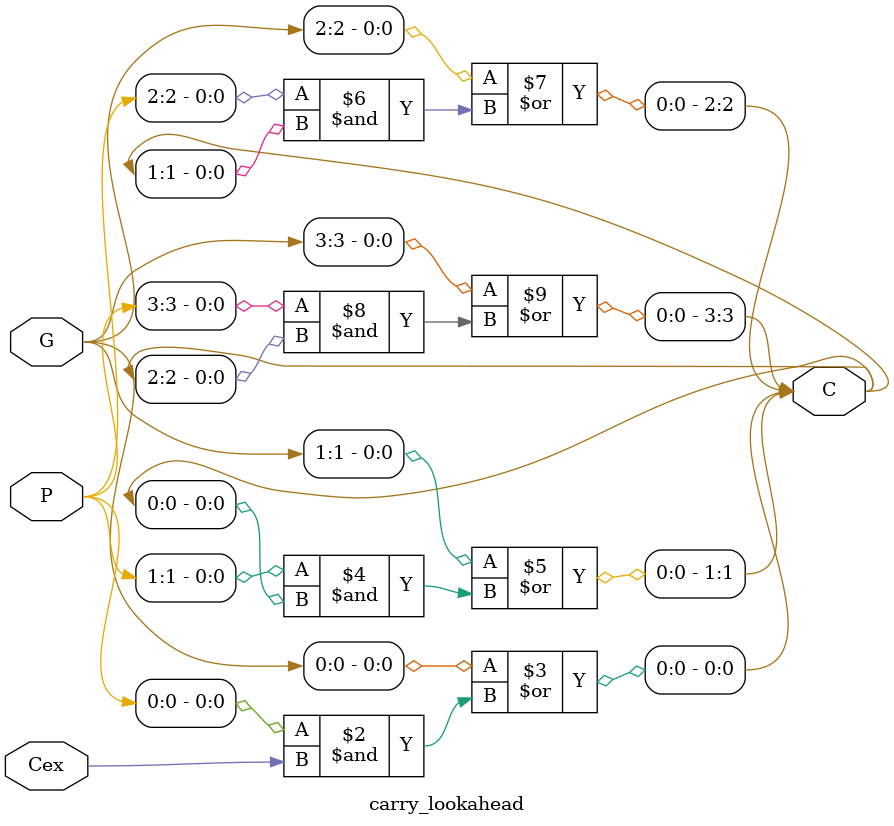
<source format=v>
module fulladder_4b(
	input [3:0] A,B,		//输入加数
	input Cex,				//上一级的进位
	output reg[3:0] S,	//相加结果
	output reg CO			//进位
);

	reg [3:0] P,G;		//中间变量
	wire [3:0] C;
	
	//实例化超前进位电路
	carry_lookahead C1(
	.P(P),
	.G(G),
	.Cex(Cex),
	.C(C)
	);
	
	always@(*)begin
		P = A^B;		//P: A xor B
		G = A&B;		//G: A and B
		CO = C[3];
		S[3]=P[3]^C[2];
		S[2]=P[2]^C[1];
		S[1]=P[1]^C[0];
		S[0]=P[0]^Cex;
	end
endmodule


//进位控制
module carry_lookahead(
	input [3:0] P,G,	//P: A xor B
							//G: A and B
	input Cex,			//上一级的进位
	output reg[3:0] C	//本级进位
); 

	always@(*) begin	//各位进位逻辑表达式描述
		C[0] = G[0] | (P[0] & Cex );
		C[1] = G[1] | (P[1] & C[0]);
		C[2] = G[2] | (P[2] & C[1]);
		C[3] = G[3] | (P[3] & C[2]);
	end
endmodule

</source>
